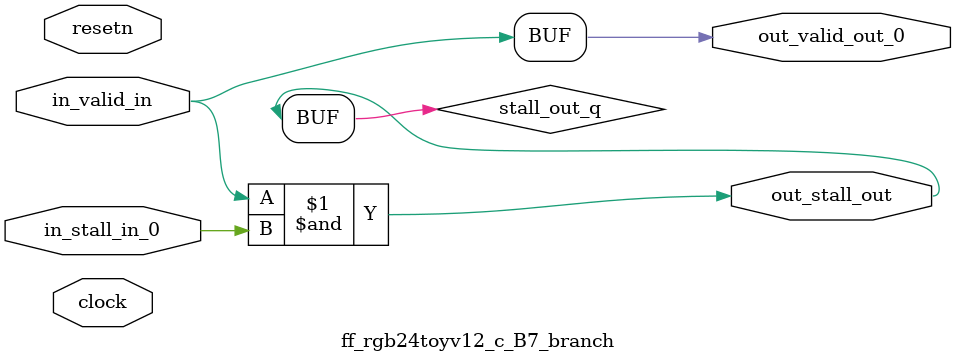
<source format=sv>



(* altera_attribute = "-name AUTO_SHIFT_REGISTER_RECOGNITION OFF; -name MESSAGE_DISABLE 10036; -name MESSAGE_DISABLE 10037; -name MESSAGE_DISABLE 14130; -name MESSAGE_DISABLE 14320; -name MESSAGE_DISABLE 15400; -name MESSAGE_DISABLE 14130; -name MESSAGE_DISABLE 10036; -name MESSAGE_DISABLE 12020; -name MESSAGE_DISABLE 12030; -name MESSAGE_DISABLE 12010; -name MESSAGE_DISABLE 12110; -name MESSAGE_DISABLE 14320; -name MESSAGE_DISABLE 13410; -name MESSAGE_DISABLE 113007; -name MESSAGE_DISABLE 10958" *)
module ff_rgb24toyv12_c_B7_branch (
    input wire [0:0] in_stall_in_0,
    input wire [0:0] in_valid_in,
    output wire [0:0] out_stall_out,
    output wire [0:0] out_valid_out_0,
    input wire clock,
    input wire resetn
    );

    wire [0:0] stall_out_q;


    // stall_out(LOGICAL,6)
    assign stall_out_q = in_valid_in & in_stall_in_0;

    // out_stall_out(GPOUT,4)
    assign out_stall_out = stall_out_q;

    // out_valid_out_0(GPOUT,5)
    assign out_valid_out_0 = in_valid_in;

endmodule

</source>
